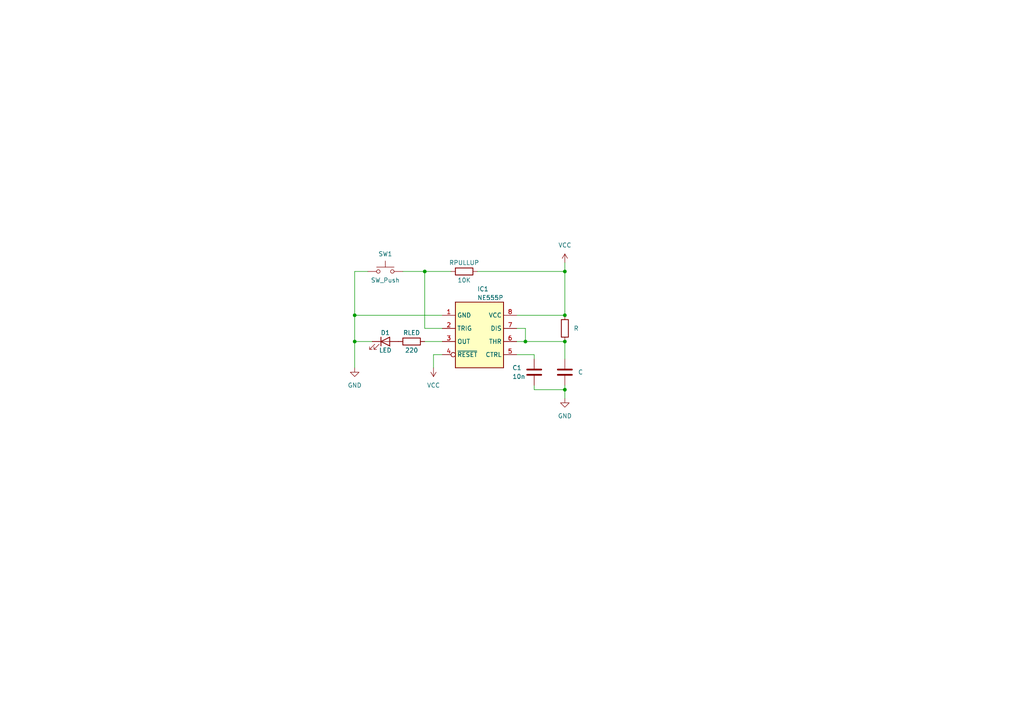
<source format=kicad_sch>
(kicad_sch (version 20230121) (generator eeschema)
  (paper "A4")
  (lib_symbols
    (symbol "Device:C" (pin_numbers hide) (pin_names (offset 0.254))
      (property "Reference" "C" (at 0.635 2.54 0))
      (property "Value" "C" (at 0.635 -2.54 0))
      (symbol "C_0_1"
        (polyline (pts (xy -2.032 -0.762) (xy 2.032 -0.762)) (stroke (width 0.508)))
        (polyline (pts (xy -2.032 0.762) (xy 2.032 0.762)) (stroke (width 0.508)))
      )
      (symbol "C_1_1"
        (pin passive line (at 0 3.81 270) (length 2.794) (name "~") (number "1"))
        (pin passive line (at 0 -3.81 90) (length 2.794) (name "~") (number "2"))
      )
    )
    (symbol "Device:LED" (pin_numbers hide) (pin_names (offset 1.016) hide)
      (property "Reference" "D" (at 0 2.54 0))
      (property "Value" "LED" (at 0 -2.54 0))
      (symbol "LED_0_1"
        (polyline (pts (xy -1.27 -1.27) (xy -1.27 1.27)) (stroke (width 0.254)))
        (polyline (pts (xy -1.27 0) (xy 1.27 0)))
        (polyline (pts (xy 1.27 -1.27) (xy 1.27 1.27) (xy -1.27 0) (xy 1.27 -1.27)) (stroke (width 0.254)))
        (polyline (pts (xy -3.048 -0.762) (xy -4.572 -2.286) (xy -3.81 -2.286) (xy -4.572 -2.286) (xy -4.572 -1.524)))
        (polyline (pts (xy -1.778 -0.762) (xy -3.302 -2.286) (xy -2.54 -2.286) (xy -3.302 -2.286) (xy -3.302 -1.524)))
      )
      (symbol "LED_1_1"
        (pin passive line (at -3.81 0 0) (length 2.54) (name "K") (number "1"))
        (pin passive line (at 3.81 0 180) (length 2.54) (name "A") (number "2"))
      )
    )
    (symbol "Device:R" (pin_numbers hide) (pin_names (offset 0))
      (property "Reference" "R" (at 2.032 0 90))
      (property "Value" "R" (at 0 0 90))
      (symbol "R_0_1"
        (rectangle (start -1.016 -2.54) (end 1.016 2.54) (stroke (width 0.254)))
      )
      (symbol "R_1_1"
        (pin passive line (at 0 3.81 270) (length 1.27) (name "~") (number "1"))
        (pin passive line (at 0 -3.81 90) (length 1.27) (name "~") (number "2"))
      )
    )
    (symbol "Switch:SW_Push" (pin_numbers hide) (pin_names (offset 1.016) hide)
      (property "Reference" "SW" (at 1.27 2.54 0))
      (property "Value" "SW_Push" (at 0 -1.524 0))
      (symbol "SW_Push_0_1"
        (circle (center -2.032 0) (radius 0.508))
        (polyline (pts (xy 0 1.27) (xy 0 3.048)))
        (polyline (pts (xy 2.54 1.27) (xy -2.54 1.27)))
        (circle (center 2.032 0) (radius 0.508))
        (pin passive line (at -5.08 0 0) (length 2.54) (name "1") (number "1"))
        (pin passive line (at 5.08 0 180) (length 2.54) (name "2") (number "2"))
      )
    )
    (symbol "Timer:NE555P"
      (property "Reference" "IC0" (at 1.27 20.32 0))
      (property "Value" "NE555P" (at 1.27 17.78 0))
      (symbol "NE555P_0_0"
        (pin power_in line (at -8.89 12.7 0) (length 3.81) (name "GND") (number "1"))
        (pin power_in line (at 12.7 12.7 180) (length 3.81) (name "VCC") (number "8"))
      )
      (symbol "NE555P_0_1"
        (rectangle (start -5.08 16.51) (end 8.89 -2.54) (stroke (width 0.254)) (fill (type background)))
      )
      (symbol "NE555P_1_1"
        (pin input line (at -8.89 8.89 0) (length 3.81) (name "TRIG") (number "2"))
        (pin output line (at -8.89 5.08 0) (length 3.81) (name "OUT") (number "3"))
        (pin input inverted (at -8.89 1.27 0) (length 3.81) (name "~{RESET}") (number "4"))
        (pin input line (at 12.7 1.27 180) (length 3.81) (name "CTRL") (number "5"))
        (pin input line (at 12.7 5.08 180) (length 3.81) (name "THR") (number "6"))
        (pin input line (at 12.7 8.89 180) (length 3.81) (name "DIS") (number "7"))
      )
    )
    (symbol "power:GND" (power) (pin_names (offset 0))
      (property "Value" "GND" (at 0 -3.81 0))
      (symbol "GND_0_1"
        (polyline (pts (xy 0 0) (xy 0 -1.27) (xy 1.27 -1.27) (xy 0 -2.54) (xy -1.27 -1.27) (xy 0 -1.27)))
      )
      (symbol "GND_1_1"
        (pin power_in line (at 0 0 270) (length 0) hide (name "GND") (number "1"))
      )
    )
    (symbol "power:VCC" (power) (pin_names (offset 0))
      (property "Value" "VCC" (at 0 3.81 0))
      (symbol "VCC_0_1"
        (polyline (pts (xy -0.762 1.27) (xy 0 2.54)))
        (polyline (pts (xy 0 0) (xy 0 2.54)))
        (polyline (pts (xy 0 2.54) (xy 0.762 1.27)))
      )
      (symbol "VCC_1_1"
        (pin power_in line (at 0 0 90) (length 0) hide (name "VCC") (number "1"))
      )
    )
  )
  (junction (at 102.87 99.06))
  (junction (at 152.4 99.06))
  (junction (at 123.19 78.74))
  (junction (at 163.83 78.74))
  (junction (at 102.87 91.44))
  (junction (at 163.83 99.06))
  (junction (at 163.83 113.03))
  (junction (at 163.83 91.44))
  (wire (pts (xy 149.86 102.87) (xy 154.94 102.87)))
  (wire (pts (xy 154.94 111.76) (xy 154.94 113.03)))
  (wire (pts (xy 163.83 111.76) (xy 163.83 113.03)))
  (wire (pts (xy 152.4 95.25) (xy 152.4 99.06)))
  (wire (pts (xy 163.83 99.06) (xy 152.4 99.06)))
  (wire (pts (xy 102.87 99.06) (xy 102.87 106.68)))
  (wire (pts (xy 128.27 102.87) (xy 125.73 102.87)))
  (wire (pts (xy 138.43 78.74) (xy 163.83 78.74)))
  (wire (pts (xy 128.27 91.44) (xy 102.87 91.44)))
  (wire (pts (xy 163.83 115.57) (xy 163.83 113.03)))
  (wire (pts (xy 102.87 78.74) (xy 102.87 91.44)))
  (wire (pts (xy 116.84 78.74) (xy 123.19 78.74)))
  (wire (pts (xy 163.83 76.2) (xy 163.83 78.74)))
  (wire (pts (xy 106.68 78.74) (xy 102.87 78.74)))
  (wire (pts (xy 149.86 91.44) (xy 163.83 91.44)))
  (wire (pts (xy 123.19 99.06) (xy 128.27 99.06)))
  (wire (pts (xy 128.27 95.25) (xy 123.19 95.25)))
  (wire (pts (xy 154.94 102.87) (xy 154.94 104.14)))
  (wire (pts (xy 123.19 78.74) (xy 130.81 78.74)))
  (wire (pts (xy 149.86 95.25) (xy 152.4 95.25)))
  (wire (pts (xy 163.83 99.06) (xy 163.83 104.14)))
  (wire (pts (xy 154.94 113.03) (xy 163.83 113.03)))
  (wire (pts (xy 123.19 95.25) (xy 123.19 78.74)))
  (wire (pts (xy 163.83 78.74) (xy 163.83 91.44)))
  (wire (pts (xy 102.87 91.44) (xy 102.87 99.06)))
  (wire (pts (xy 149.86 99.06) (xy 152.4 99.06)))
  (wire (pts (xy 125.73 102.87) (xy 125.73 106.68)))
  (wire (pts (xy 107.95 99.06) (xy 102.87 99.06)))
  (symbol (lib_id "power:VCC") (at 163.83 76.2 0) (unit 1)
    (property "Reference" "#PWR02" (effects hide))
    (property "Value" "VCC" (at 163.83 71.12 0))
  )
  (symbol (lib_id "Device:R") (at 119.38 99.06 90) (unit 1)
    (property "Reference" "RLED" (at 119.38 96.52 90))
    (property "Value" "220" (at 119.38 101.6 90))
  )
  (symbol (lib_id "Timer:NE555P") (at 137.16 104.14 0) (unit 1)
    (property "Reference" "IC1" (at 138.43 83.82 0) (effects (justify left)))
    (property "Value" "NE555P" (at 138.43 86.36 0) (effects (justify left)))
    (property "Footprint" "Package_DIP:DIP-8_W7.62mm" (effects hide))
    (property "Datasheet" "http://www.ti.com/lit/ds/symlink/ne555.pdf" (effects hide))
  )
  (symbol (lib_id "Device:LED") (at 111.76 99.06 0) (unit 1)
    (property "Reference" "D1" (at 111.76 96.52 0))
    (property "Value" "LED" (at 111.76 101.6 0))
  )
  (symbol (lib_id "Device:R") (at 134.62 78.74 90) (unit 1)
    (property "Reference" "RPULLUP" (at 134.62 76.2 90))
    (property "Value" "10K" (at 134.62 81.28 90))
  )
  (symbol (lib_id "Device:C") (at 163.83 107.95 0) (unit 1)
    (property "Reference" "C" (at 167.64 107.95 0) (effects (justify left)))
    (property "Value" "10n" (effects hide))
  )
  (symbol (lib_id "Device:C") (at 154.94 107.95 0) (unit 1)
    (property "Reference" "C1" (at 148.59 106.68 0) (effects (justify left)))
    (property "Value" "10n" (at 148.59 109.22 0) (effects (justify left)))
  )
  (symbol (lib_id "power:GND") (at 102.87 106.68 0) (unit 1)
    (property "Reference" "#PWR01" (effects hide))
    (property "Value" "GND" (at 102.87 111.76 0))
  )
  (symbol (lib_id "power:GND") (at 163.83 115.57 0) (unit 1)
    (property "Reference" "#PWR03" (effects hide))
    (property "Value" "GND" (at 163.83 120.65 0))
  )
  (symbol (lib_id "power:VCC") (at 125.73 106.68 180) (unit 1)
    (property "Reference" "#PWR04" (effects hide))
    (property "Value" "VCC" (at 125.73 111.76 0))
  )
  (symbol (lib_id "Device:R") (at 163.83 95.25 0) (unit 1)
    (property "Reference" "R" (at 166.37 95.25 0) (effects (justify left)))
    (property "Value" "10K" (effects hide))
  )
  (symbol (lib_id "Switch:SW_Push") (at 111.76 78.74 0) (unit 1)
    (property "Reference" "SW1" (at 111.76 73.66 0))
    (property "Value" "SW_Push" (at 111.76 81.28 0))
  )
)
</source>
